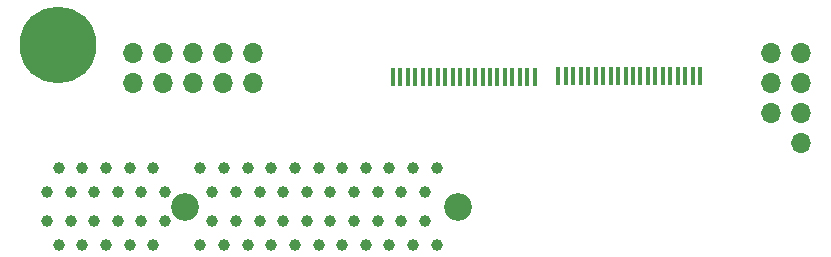
<source format=gbr>
%TF.GenerationSoftware,KiCad,Pcbnew,(5.1.10)-1*%
%TF.CreationDate,2021-08-10T10:59:40+01:00*%
%TF.ProjectId,t9120mezz,74393132-306d-4657-9a7a-2e6b69636164,rev?*%
%TF.SameCoordinates,Original*%
%TF.FileFunction,Soldermask,Bot*%
%TF.FilePolarity,Negative*%
%FSLAX46Y46*%
G04 Gerber Fmt 4.6, Leading zero omitted, Abs format (unit mm)*
G04 Created by KiCad (PCBNEW (5.1.10)-1) date 2021-08-10 10:59:40*
%MOMM*%
%LPD*%
G01*
G04 APERTURE LIST*
%ADD10C,1.000000*%
%ADD11C,2.350000*%
%ADD12O,1.700000X1.700000*%
%ADD13C,6.500000*%
%ADD14R,0.400000X1.500000*%
G04 APERTURE END LIST*
D10*
%TO.C,J1*%
X89150000Y-108050000D03*
D11*
X104950000Y-111300000D03*
D10*
X103150000Y-108050000D03*
X103150000Y-114550000D03*
X102150000Y-110050000D03*
X102150000Y-112550000D03*
X101150000Y-108050000D03*
X101150000Y-114550000D03*
X100150000Y-110050000D03*
X100150000Y-112550000D03*
X99150000Y-108050000D03*
X99150000Y-114550000D03*
X98150000Y-110050000D03*
X98150000Y-112550000D03*
X97150000Y-108050000D03*
X97150000Y-114550000D03*
X96150000Y-110050000D03*
X96150000Y-112550000D03*
X95150000Y-108050000D03*
X95150000Y-114550000D03*
X94150000Y-110050000D03*
X94150000Y-112550000D03*
X93150000Y-108050000D03*
X93150000Y-114550000D03*
X92150000Y-110050000D03*
X92150000Y-112550000D03*
X91150000Y-108050000D03*
X91150000Y-114550000D03*
X90150000Y-110050000D03*
X90150000Y-112550000D03*
X89150000Y-114550000D03*
X88150000Y-110050000D03*
X88150000Y-112550000D03*
X87150000Y-108050000D03*
X87150000Y-114550000D03*
X86150000Y-110050000D03*
X86150000Y-112550000D03*
X85150000Y-108050000D03*
X85150000Y-114550000D03*
X84150000Y-110050000D03*
X84150000Y-112550000D03*
X83150000Y-108050000D03*
X83150000Y-114550000D03*
D11*
X81800000Y-111300000D03*
D10*
X80150000Y-112550000D03*
X79150000Y-114550000D03*
X78150000Y-112550000D03*
X77150000Y-114550000D03*
X76150000Y-112550000D03*
X75150000Y-114550000D03*
X74150000Y-112550000D03*
X73150000Y-114550000D03*
X72150000Y-112550000D03*
X71150000Y-114550000D03*
X70150000Y-112550000D03*
X80150000Y-110050000D03*
X79150000Y-108050000D03*
X78150000Y-110050000D03*
X77150000Y-108050000D03*
X76150000Y-110050000D03*
X75150000Y-108050000D03*
X74150000Y-110050000D03*
X73150000Y-108050000D03*
X72150000Y-110050000D03*
X71150000Y-108050000D03*
X70150000Y-110050000D03*
%TD*%
D12*
%TO.C,J4*%
X131450000Y-98300000D03*
X133990000Y-98300000D03*
X131450000Y-100840000D03*
X133990000Y-100840000D03*
X131450000Y-103380000D03*
X133990000Y-103380000D03*
X133990000Y-105920000D03*
%TD*%
%TO.C,J3*%
X87610000Y-98300000D03*
X87610000Y-100840000D03*
X85070000Y-98300000D03*
X85070000Y-100840000D03*
X82530000Y-98300000D03*
X82530000Y-100840000D03*
X79990000Y-98300000D03*
X79990000Y-100840000D03*
X77450000Y-98300000D03*
X77450000Y-100840000D03*
%TD*%
D13*
%TO.C,REF\u002A\u002A*%
X71100000Y-97600000D03*
%TD*%
D14*
%TO.C,J5*%
X113450000Y-100250000D03*
X114081570Y-100250000D03*
X114713140Y-100250000D03*
X115344710Y-100250000D03*
X115976280Y-100250000D03*
X116607850Y-100250000D03*
X117239420Y-100250000D03*
X117870990Y-100250000D03*
X118502560Y-100250000D03*
X119134130Y-100250000D03*
X119765700Y-100250000D03*
X120397270Y-100250000D03*
X121028840Y-100250000D03*
X121660410Y-100250000D03*
X122291980Y-100250000D03*
X122923550Y-100250000D03*
X123555120Y-100250000D03*
X124186690Y-100250000D03*
X124818260Y-100250000D03*
X125449830Y-100250000D03*
%TD*%
%TO.C,J2*%
X99450000Y-100300000D03*
X100081570Y-100300000D03*
X100713140Y-100300000D03*
X101344710Y-100300000D03*
X101976280Y-100300000D03*
X102607850Y-100300000D03*
X103239420Y-100300000D03*
X103870990Y-100300000D03*
X104502560Y-100300000D03*
X105134130Y-100300000D03*
X105765700Y-100300000D03*
X106397270Y-100300000D03*
X107028840Y-100300000D03*
X107660410Y-100300000D03*
X108291980Y-100300000D03*
X108923550Y-100300000D03*
X109555120Y-100300000D03*
X110186690Y-100300000D03*
X110818260Y-100300000D03*
X111449830Y-100300000D03*
%TD*%
M02*

</source>
